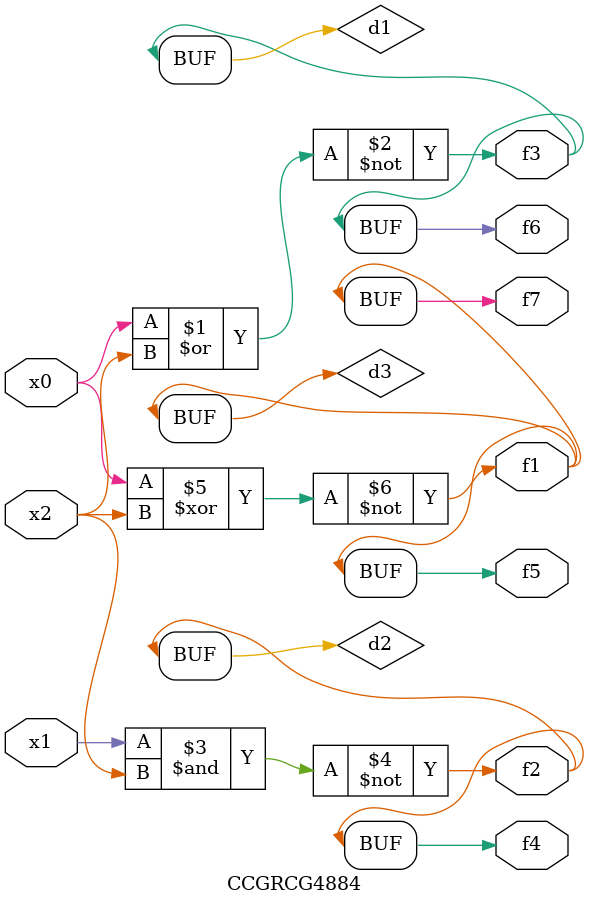
<source format=v>
module CCGRCG4884(
	input x0, x1, x2,
	output f1, f2, f3, f4, f5, f6, f7
);

	wire d1, d2, d3;

	nor (d1, x0, x2);
	nand (d2, x1, x2);
	xnor (d3, x0, x2);
	assign f1 = d3;
	assign f2 = d2;
	assign f3 = d1;
	assign f4 = d2;
	assign f5 = d3;
	assign f6 = d1;
	assign f7 = d3;
endmodule

</source>
